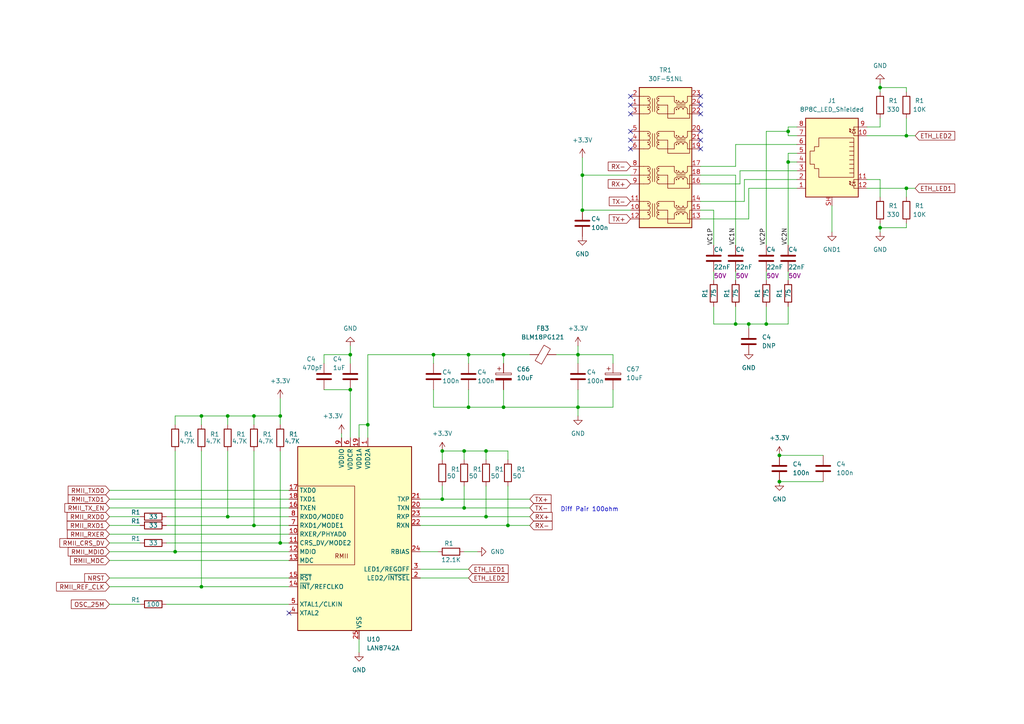
<source format=kicad_sch>
(kicad_sch (version 20230121) (generator eeschema)
  (paper "A4")
  (lib_symbols
    (symbol "Connector:8P8C_LED_Shielded" (pin_names (offset 1.016))
      (property "Reference" "J" (at -5.08 13.97 0))
      (property "Value" "8P8C_LED_Shielded" (at 1.27 13.97 0))
      (symbol "8P8C_LED_Shielded_1_1"
        (pin passive line (at 10.16 -7.62 180) (length 2.54) (name "~") (number "1"))
        (pin passive line (at -10.16 7.62 0) (length 2.54) (name "~") (number "10"))
        (pin passive line (at -10.16 -5.08 0) (length 2.54) (name "~") (number "11"))
        (pin passive line (at -10.16 -7.62 0) (length 2.54) (name "~") (number "12"))
        (pin passive line (at 10.16 -5.08 180) (length 2.54) (name "~") (number "2"))
        (pin passive line (at 10.16 -2.54 180) (length 2.54) (name "~") (number "3"))
        (pin passive line (at 10.16 0 180) (length 2.54) (name "~") (number "4"))
        (pin passive line (at 10.16 2.54 180) (length 2.54) (name "~") (number "5"))
        (pin passive line (at 10.16 5.08 180) (length 2.54) (name "~") (number "6"))
        (pin passive line (at 10.16 7.62 180) (length 2.54) (name "~") (number "7"))
        (pin passive line (at 10.16 10.16 180) (length 2.54) (name "~") (number "8"))
        (pin passive line (at -10.16 10.16 0) (length 2.54) (name "~") (number "9"))
        (pin passive line (at 0 -12.7 90) (length 2.54) (name "~") (number "SH"))
      )
    )
    (symbol "Device:C" (pin_numbers hide) (pin_names (offset 0.254))
      (property "Reference" "C" (at 0.635 2.54 0))
      (property "Value" "C" (at 0.635 -2.54 0))
      (symbol "C_1_1"
        (pin passive line (at 0 3.81 270) (length 2.794) (name "~") (number "1"))
        (pin passive line (at 0 -3.81 90) (length 2.794) (name "~") (number "2"))
      )
    )
    (symbol "Device:C_Polarized" (pin_numbers hide) (pin_names (offset 0.254))
      (property "Reference" "C" (at 0.635 2.54 0))
      (property "Value" "C_Polarized" (at 0.635 -2.54 0))
      (symbol "C_Polarized_1_1"
        (pin passive line (at 0 3.81 270) (length 2.794) (name "~") (number "1"))
        (pin passive line (at 0 -3.81 90) (length 2.794) (name "~") (number "2"))
      )
    )
    (symbol "Device:FerriteBead" (pin_numbers hide) (pin_names (offset 0))
      (property "Reference" "FB" (at -3.81 0.635 90))
      (property "Value" "FerriteBead" (at 3.81 0 90))
      (symbol "FerriteBead_1_1"
        (pin passive line (at 0 3.81 270) (length 2.54) (name "~") (number "1"))
        (pin passive line (at 0 -3.81 90) (length 2.54) (name "~") (number "2"))
      )
    )
    (symbol "Device:R" (pin_numbers hide) (pin_names (offset 0))
      (property "Reference" "R" (at 2.032 0 90))
      (property "Value" "R" (at 0 0 90))
      (symbol "R_1_1"
        (pin passive line (at 0 3.81 270) (length 1.27) (name "~") (number "1"))
        (pin passive line (at 0 -3.81 90) (length 1.27) (name "~") (number "2"))
      )
    )
    (symbol "Interface_Ethernet:LAN8742A"
      (property "Reference" "U" (at -13.97 29.21 0))
      (property "Value" "LAN8742A" (at 15.24 29.21 0))
      (symbol "LAN8742A_0_0"
        (text "RMII" (at -5.08 -3.81 0) (effects (font (size 1.27 1.27))))
      )
      (symbol "LAN8742A_1_1"
        (pin power_in line (at 2.54 30.48 270) (length 2.54) (name "VDD2A") (number "1"))
        (pin output line (at -20.32 2.54 0) (length 2.54) (name "RXER/PHYAD0") (number "10"))
        (pin bidirectional line (at -20.32 0 0) (length 2.54) (name "CRS_DV/MODE2") (number "11"))
        (pin bidirectional line (at -20.32 -2.54 0) (length 2.54) (name "MDIO") (number "12"))
        (pin input line (at -20.32 -5.08 0) (length 2.54) (name "MDC") (number "13"))
        (pin output line (at -20.32 -12.7 0) (length 2.54) (name "~{INT}/REFCLKO") (number "14"))
        (pin input line (at -20.32 -10.16 0) (length 2.54) (name "~{RST}") (number "15"))
        (pin input line (at -20.32 10.16 0) (length 2.54) (name "TXEN") (number "16"))
        (pin input line (at -20.32 15.24 0) (length 2.54) (name "TXD0") (number "17"))
        (pin input line (at -20.32 12.7 0) (length 2.54) (name "TXD1") (number "18"))
        (pin power_in line (at 0 30.48 270) (length 2.54) (name "VDD1A") (number "19"))
        (pin bidirectional line (at 17.78 -10.16 180) (length 2.54) (name "LED2/~{INTSEL}") (number "2"))
        (pin passive line (at 17.78 10.16 180) (length 2.54) (name "TXN") (number "20"))
        (pin passive line (at 17.78 12.7 180) (length 2.54) (name "TXP") (number "21"))
        (pin passive line (at 17.78 5.08 180) (length 2.54) (name "RXN") (number "22"))
        (pin passive line (at 17.78 7.62 180) (length 2.54) (name "RXP") (number "23"))
        (pin passive line (at 17.78 -2.54 180) (length 2.54) (name "RBIAS") (number "24"))
        (pin power_in line (at 0 -27.94 90) (length 2.54) (name "VSS") (number "25"))
        (pin bidirectional line (at 17.78 -7.62 180) (length 2.54) (name "LED1/REGOFF") (number "3"))
        (pin output line (at -20.32 -20.32 0) (length 2.54) (name "XTAL2") (number "4"))
        (pin input line (at -20.32 -17.78 0) (length 2.54) (name "XTAL1/CLKIN") (number "5"))
        (pin power_in line (at -2.54 30.48 270) (length 2.54) (name "VDDCR") (number "6"))
        (pin bidirectional line (at -20.32 5.08 0) (length 2.54) (name "RXD1/MODE1") (number "7"))
        (pin bidirectional line (at -20.32 7.62 0) (length 2.54) (name "RXD0/MODE0") (number "8"))
        (pin power_in line (at -5.08 30.48 270) (length 2.54) (name "VDDIO") (number "9"))
      )
    )
    (symbol "Transformer:30F-51NL" (pin_names (offset 1.016) hide)
      (property "Reference" "TR" (at -6.35 21.59 0))
      (property "Value" "30F-51NL" (at 2.54 21.59 0))
      (symbol "30F-51NL_0_1"
        (pin passive line (at -10.16 15.24 0) (length 2.54) (name "CT") (number "1"))
        (pin passive line (at -10.16 -15.24 0) (length 2.54) (name "CT") (number "10"))
        (pin passive line (at -10.16 -12.7 0) (length 2.54) (name "TD4+") (number "11"))
        (pin passive line (at -10.16 -17.78 0) (length 2.54) (name "TD4-") (number "12"))
        (pin passive line (at 10.16 -17.78 180) (length 2.54) (name "MX4-") (number "13"))
        (pin passive line (at 10.16 -12.7 180) (length 2.54) (name "MX4+") (number "14"))
        (pin passive line (at 10.16 -15.24 180) (length 2.54) (name "CT") (number "15"))
        (pin passive line (at 10.16 -7.62 180) (length 2.54) (name "MX3-") (number "16"))
        (pin passive line (at 10.16 -2.54 180) (length 2.54) (name "MX3+") (number "17"))
        (pin passive line (at 10.16 -5.08 180) (length 2.54) (name "CT") (number "18"))
        (pin passive line (at 10.16 2.54 180) (length 2.54) (name "MX2-") (number "19"))
        (pin passive line (at -10.16 17.78 0) (length 2.54) (name "TD1+") (number "2"))
        (pin passive line (at 10.16 7.62 180) (length 2.54) (name "MX2+") (number "20"))
        (pin passive line (at 10.16 5.08 180) (length 2.54) (name "CT") (number "21"))
        (pin passive line (at 10.16 12.7 180) (length 2.54) (name "MX1-") (number "22"))
        (pin passive line (at 10.16 17.78 180) (length 2.54) (name "MX1+") (number "23"))
        (pin passive line (at 10.16 15.24 180) (length 2.54) (name "CT") (number "24"))
        (pin passive line (at -10.16 12.7 0) (length 2.54) (name "TD1-") (number "3"))
        (pin passive line (at -10.16 5.08 0) (length 2.54) (name "CT") (number "4"))
        (pin passive line (at -10.16 7.62 0) (length 2.54) (name "TD2+") (number "5"))
        (pin passive line (at -10.16 2.54 0) (length 2.54) (name "TD2-") (number "6"))
        (pin passive line (at -10.16 -5.08 0) (length 2.54) (name "CT") (number "7"))
        (pin passive line (at -10.16 -2.54 0) (length 2.54) (name "TD3+") (number "8"))
        (pin passive line (at -10.16 -7.62 0) (length 2.54) (name "TD3-") (number "9"))
      )
    )
    (symbol "power:+3.3V" (power) (pin_names (offset 0))
      (property "Value" "+3.3V" (at 0 3.556 0))
      (symbol "+3.3V_1_1"
        (pin power_in line (at 0 0 90) (length 0) hide (name "+3.3V") (number "1"))
      )
    )
    (symbol "power:GND" (power) (pin_names (offset 0))
      (property "Value" "GND" (at 0 -3.81 0))
      (symbol "GND_1_1"
        (pin power_in line (at 0 0 270) (length 0) hide (name "GND") (number "1"))
      )
    )
    (symbol "power:GND1" (power) (pin_names (offset 0))
      (property "Value" "GND1" (at 0 -3.81 0))
      (symbol "GND1_1_1"
        (pin power_in line (at 0 0 270) (length 0) hide (name "GND1") (number "1"))
      )
    )
  )
  (junction (at 106.68 123.19))
  (junction (at 81.28 120.65))
  (junction (at 168.91 60.96))
  (junction (at 140.97 149.86))
  (junction (at 134.62 130.81))
  (junction (at 213.36 93.98))
  (junction (at 226.06 139.7))
  (junction (at 168.91 50.8))
  (junction (at 147.32 152.4))
  (junction (at 228.6 46.99))
  (junction (at 262.89 54.61))
  (junction (at 58.42 120.65))
  (junction (at 134.62 147.32))
  (junction (at 125.73 102.87))
  (junction (at 217.17 93.98))
  (junction (at 73.66 152.4))
  (junction (at 226.06 132.08))
  (junction (at 58.42 170.18))
  (junction (at 262.89 39.37))
  (junction (at 255.27 66.04))
  (junction (at 101.6 102.87))
  (junction (at 66.04 120.65))
  (junction (at 128.27 144.78))
  (junction (at 50.8 160.02))
  (junction (at 167.64 118.11))
  (junction (at 81.28 157.48))
  (junction (at 228.6 38.1))
  (junction (at 255.27 25.4))
  (junction (at 146.05 118.11))
  (junction (at 101.6 113.03))
  (junction (at 66.04 149.86))
  (junction (at 73.66 120.65))
  (junction (at 135.89 102.87))
  (junction (at 135.89 118.11))
  (junction (at 146.05 102.87))
  (junction (at 128.27 130.81))
  (junction (at 140.97 130.81))
  (junction (at 222.25 93.98))
  (junction (at 167.64 102.87))
  (no_connect (at 203.2 30.48))
  (no_connect (at 182.88 27.94))
  (no_connect (at 182.88 40.64))
  (no_connect (at 203.2 40.64))
  (no_connect (at 203.2 43.18))
  (no_connect (at 203.2 38.1))
  (no_connect (at 182.88 43.18))
  (no_connect (at 83.82 177.8))
  (no_connect (at 203.2 33.02))
  (no_connect (at 182.88 38.1))
  (no_connect (at 203.2 27.94))
  (no_connect (at 182.88 30.48))
  (no_connect (at 182.88 33.02))
  (wire (pts (xy 81.28 120.65) (xy 81.28 123.19)))
  (wire (pts (xy 255.27 25.4) (xy 255.27 26.67)))
  (wire (pts (xy 140.97 140.97) (xy 140.97 149.86)))
  (wire (pts (xy 104.14 185.42) (xy 104.14 189.23)))
  (wire (pts (xy 228.6 46.99) (xy 231.14 46.99)))
  (wire (pts (xy 228.6 38.1) (xy 228.6 39.37)))
  (wire (pts (xy 228.6 36.83) (xy 228.6 38.1)))
  (wire (pts (xy 146.05 118.11) (xy 167.64 118.11)))
  (wire (pts (xy 251.46 36.83) (xy 255.27 36.83)))
  (wire (pts (xy 31.75 170.18) (xy 58.42 170.18)))
  (wire (pts (xy 125.73 113.03) (xy 125.73 118.11)))
  (wire (pts (xy 255.27 36.83) (xy 255.27 34.29)))
  (wire (pts (xy 177.8 118.11) (xy 177.8 113.03)))
  (wire (pts (xy 226.06 132.08) (xy 238.76 132.08)))
  (wire (pts (xy 262.89 66.04) (xy 255.27 66.04)))
  (wire (pts (xy 217.17 63.5) (xy 203.2 63.5)))
  (wire (pts (xy 81.28 157.48) (xy 83.82 157.48)))
  (wire (pts (xy 134.62 160.02) (xy 138.43 160.02)))
  (wire (pts (xy 48.26 157.48) (xy 81.28 157.48)))
  (wire (pts (xy 101.6 113.03) (xy 101.6 127)))
  (wire (pts (xy 255.27 52.07) (xy 255.27 57.15)))
  (wire (pts (xy 222.25 81.28) (xy 222.25 78.74)))
  (wire (pts (xy 121.92 144.78) (xy 128.27 144.78)))
  (wire (pts (xy 121.92 147.32) (xy 134.62 147.32)))
  (wire (pts (xy 262.89 25.4) (xy 255.27 25.4)))
  (wire (pts (xy 135.89 102.87) (xy 125.73 102.87)))
  (wire (pts (xy 121.92 160.02) (xy 127 160.02)))
  (wire (pts (xy 106.68 123.19) (xy 106.68 102.87)))
  (wire (pts (xy 231.14 52.07) (xy 215.9 52.07)))
  (wire (pts (xy 228.6 81.28) (xy 228.6 78.74)))
  (wire (pts (xy 66.04 130.81) (xy 66.04 149.86)))
  (wire (pts (xy 167.64 100.33) (xy 167.64 102.87)))
  (wire (pts (xy 50.8 130.81) (xy 50.8 160.02)))
  (wire (pts (xy 167.64 118.11) (xy 167.64 120.65)))
  (wire (pts (xy 48.26 175.26) (xy 83.82 175.26)))
  (wire (pts (xy 146.05 118.11) (xy 146.05 113.03)))
  (wire (pts (xy 228.6 36.83) (xy 231.14 36.83)))
  (wire (pts (xy 101.6 102.87) (xy 101.6 105.41)))
  (wire (pts (xy 93.98 102.87) (xy 101.6 102.87)))
  (wire (pts (xy 66.04 149.86) (xy 83.82 149.86)))
  (wire (pts (xy 135.89 118.11) (xy 135.89 113.03)))
  (wire (pts (xy 207.01 81.28) (xy 207.01 78.74)))
  (wire (pts (xy 134.62 147.32) (xy 153.67 147.32)))
  (wire (pts (xy 135.89 102.87) (xy 135.89 105.41)))
  (wire (pts (xy 231.14 41.91) (xy 213.36 41.91)))
  (wire (pts (xy 66.04 120.65) (xy 73.66 120.65)))
  (wire (pts (xy 93.98 113.03) (xy 101.6 113.03)))
  (wire (pts (xy 207.01 60.96) (xy 207.01 71.12)))
  (wire (pts (xy 217.17 102.87) (xy 217.17 101.6)))
  (wire (pts (xy 251.46 39.37) (xy 262.89 39.37)))
  (wire (pts (xy 73.66 152.4) (xy 83.82 152.4)))
  (wire (pts (xy 106.68 102.87) (xy 125.73 102.87)))
  (wire (pts (xy 58.42 130.81) (xy 58.42 170.18)))
  (wire (pts (xy 231.14 44.45) (xy 228.6 44.45)))
  (wire (pts (xy 222.25 88.9) (xy 222.25 93.98)))
  (wire (pts (xy 262.89 39.37) (xy 265.43 39.37)))
  (wire (pts (xy 99.06 125.73) (xy 99.06 127)))
  (wire (pts (xy 128.27 140.97) (xy 128.27 144.78)))
  (wire (pts (xy 146.05 102.87) (xy 135.89 102.87)))
  (wire (pts (xy 213.36 50.8) (xy 203.2 50.8)))
  (wire (pts (xy 50.8 120.65) (xy 58.42 120.65)))
  (wire (pts (xy 31.75 144.78) (xy 83.82 144.78)))
  (wire (pts (xy 213.36 50.8) (xy 213.36 71.12)))
  (wire (pts (xy 121.92 149.86) (xy 140.97 149.86)))
  (wire (pts (xy 207.01 88.9) (xy 207.01 93.98)))
  (wire (pts (xy 168.91 50.8) (xy 168.91 45.72)))
  (wire (pts (xy 255.27 66.04) (xy 255.27 67.31)))
  (wire (pts (xy 228.6 44.45) (xy 228.6 46.99)))
  (wire (pts (xy 215.9 58.42) (xy 203.2 58.42)))
  (wire (pts (xy 231.14 49.53) (xy 214.63 49.53)))
  (wire (pts (xy 147.32 152.4) (xy 153.67 152.4)))
  (wire (pts (xy 214.63 53.34) (xy 203.2 53.34)))
  (wire (pts (xy 213.36 48.26) (xy 203.2 48.26)))
  (wire (pts (xy 101.6 100.33) (xy 101.6 102.87)))
  (wire (pts (xy 226.06 139.7) (xy 238.76 139.7)))
  (wire (pts (xy 121.92 167.64) (xy 135.89 167.64)))
  (wire (pts (xy 50.8 123.19) (xy 50.8 120.65)))
  (wire (pts (xy 262.89 54.61) (xy 262.89 57.15)))
  (wire (pts (xy 203.2 60.96) (xy 207.01 60.96)))
  (wire (pts (xy 58.42 120.65) (xy 58.42 123.19)))
  (wire (pts (xy 217.17 54.61) (xy 217.17 63.5)))
  (wire (pts (xy 182.88 50.8) (xy 168.91 50.8)))
  (wire (pts (xy 228.6 93.98) (xy 222.25 93.98)))
  (wire (pts (xy 134.62 140.97) (xy 134.62 147.32)))
  (wire (pts (xy 48.26 152.4) (xy 73.66 152.4)))
  (wire (pts (xy 217.17 93.98) (xy 222.25 93.98)))
  (wire (pts (xy 140.97 149.86) (xy 153.67 149.86)))
  (wire (pts (xy 104.14 127) (xy 104.14 123.19)))
  (wire (pts (xy 31.75 142.24) (xy 83.82 142.24)))
  (wire (pts (xy 66.04 120.65) (xy 66.04 123.19)))
  (wire (pts (xy 31.75 152.4) (xy 40.64 152.4)))
  (wire (pts (xy 73.66 120.65) (xy 81.28 120.65)))
  (wire (pts (xy 217.17 95.25) (xy 217.17 93.98)))
  (wire (pts (xy 255.27 24.13) (xy 255.27 25.4)))
  (wire (pts (xy 214.63 49.53) (xy 214.63 53.34)))
  (wire (pts (xy 146.05 102.87) (xy 146.05 105.41)))
  (wire (pts (xy 125.73 102.87) (xy 125.73 105.41)))
  (wire (pts (xy 125.73 118.11) (xy 135.89 118.11)))
  (wire (pts (xy 134.62 133.35) (xy 134.62 130.81)))
  (wire (pts (xy 81.28 115.57) (xy 81.28 120.65)))
  (wire (pts (xy 167.64 118.11) (xy 177.8 118.11)))
  (wire (pts (xy 213.36 81.28) (xy 213.36 78.74)))
  (wire (pts (xy 215.9 52.07) (xy 215.9 58.42)))
  (wire (pts (xy 104.14 123.19) (xy 106.68 123.19)))
  (wire (pts (xy 58.42 120.65) (xy 66.04 120.65)))
  (wire (pts (xy 251.46 52.07) (xy 255.27 52.07)))
  (wire (pts (xy 231.14 54.61) (xy 217.17 54.61)))
  (wire (pts (xy 168.91 60.96) (xy 168.91 50.8)))
  (wire (pts (xy 161.29 102.87) (xy 167.64 102.87)))
  (wire (pts (xy 177.8 105.41) (xy 177.8 102.87)))
  (wire (pts (xy 31.75 149.86) (xy 40.64 149.86)))
  (wire (pts (xy 153.67 102.87) (xy 146.05 102.87)))
  (wire (pts (xy 182.88 60.96) (xy 168.91 60.96)))
  (wire (pts (xy 48.26 149.86) (xy 66.04 149.86)))
  (wire (pts (xy 121.92 152.4) (xy 147.32 152.4)))
  (wire (pts (xy 134.62 130.81) (xy 140.97 130.81)))
  (wire (pts (xy 50.8 160.02) (xy 83.82 160.02)))
  (wire (pts (xy 128.27 130.81) (xy 134.62 130.81)))
  (wire (pts (xy 167.64 105.41) (xy 167.64 102.87)))
  (wire (pts (xy 93.98 105.41) (xy 93.98 102.87)))
  (wire (pts (xy 31.75 175.26) (xy 40.64 175.26)))
  (wire (pts (xy 228.6 39.37) (xy 231.14 39.37)))
  (wire (pts (xy 121.92 165.1) (xy 135.89 165.1)))
  (wire (pts (xy 31.75 167.64) (xy 83.82 167.64)))
  (wire (pts (xy 255.27 64.77) (xy 255.27 66.04)))
  (wire (pts (xy 147.32 140.97) (xy 147.32 152.4)))
  (wire (pts (xy 128.27 133.35) (xy 128.27 130.81)))
  (wire (pts (xy 262.89 26.67) (xy 262.89 25.4)))
  (wire (pts (xy 73.66 130.81) (xy 73.66 152.4)))
  (wire (pts (xy 73.66 120.65) (xy 73.66 123.19)))
  (wire (pts (xy 228.6 46.99) (xy 228.6 71.12)))
  (wire (pts (xy 262.89 54.61) (xy 265.43 54.61)))
  (wire (pts (xy 147.32 130.81) (xy 140.97 130.81)))
  (wire (pts (xy 213.36 41.91) (xy 213.36 48.26)))
  (wire (pts (xy 58.42 170.18) (xy 83.82 170.18)))
  (wire (pts (xy 31.75 147.32) (xy 83.82 147.32)))
  (wire (pts (xy 207.01 93.98) (xy 213.36 93.98)))
  (wire (pts (xy 251.46 54.61) (xy 262.89 54.61)))
  (wire (pts (xy 31.75 154.94) (xy 83.82 154.94)))
  (wire (pts (xy 128.27 144.78) (xy 153.67 144.78)))
  (wire (pts (xy 31.75 157.48) (xy 40.64 157.48)))
  (wire (pts (xy 167.64 113.03) (xy 167.64 118.11)))
  (wire (pts (xy 81.28 130.81) (xy 81.28 157.48)))
  (wire (pts (xy 106.68 127) (xy 106.68 123.19)))
  (wire (pts (xy 241.3 59.69) (xy 241.3 67.31)))
  (wire (pts (xy 228.6 88.9) (xy 228.6 93.98)))
  (wire (pts (xy 213.36 93.98) (xy 217.17 93.98)))
  (wire (pts (xy 262.89 34.29) (xy 262.89 39.37)))
  (wire (pts (xy 262.89 64.77) (xy 262.89 66.04)))
  (wire (pts (xy 140.97 133.35) (xy 140.97 130.81)))
  (wire (pts (xy 177.8 102.87) (xy 167.64 102.87)))
  (wire (pts (xy 147.32 133.35) (xy 147.32 130.81)))
  (wire (pts (xy 31.75 160.02) (xy 50.8 160.02)))
  (wire (pts (xy 31.75 162.56) (xy 83.82 162.56)))
  (wire (pts (xy 213.36 93.98) (xy 213.36 88.9)))
  (wire (pts (xy 222.25 38.1) (xy 222.25 71.12)))
  (wire (pts (xy 228.6 38.1) (xy 222.25 38.1)))
  (wire (pts (xy 135.89 118.11) (xy 146.05 118.11)))
  (text "Diff Pair 100ohm" (at 162.56 148.59 0) (effects (font (size 1.27 1.27)) (justify left bottom)))
  (label "VC2N" (at 228.6 71.12 90))
  (label "VC1N" (at 213.36 71.12 90))
  (label "VC1P" (at 207.01 71.12 90))
  (label "VC2P" (at 222.25 71.12 90))
  (global_label "RMII_RXD1" (shape input) (at 31.75 152.4 180) (property "Intersheetrefs" "${INTERSHEET_REFS}" (effects hide)))
  (global_label "RX+" (shape input) (at 153.67 149.86 0) (property "Intersheetrefs" "${INTERSHEET_REFS}" (effects hide)))
  (global_label "RMII_CRS_DV" (shape input) (at 31.75 157.48 180) (property "Intersheetrefs" "${INTERSHEET_REFS}" (effects hide)))
  (global_label "RX+" (shape input) (at 182.88 53.34 180) (property "Intersheetrefs" "${INTERSHEET_REFS}" (effects hide)))
  (global_label "RMII_RXD0" (shape input) (at 31.75 149.86 180) (property "Intersheetrefs" "${INTERSHEET_REFS}" (effects hide)))
  (global_label "RX-" (shape input) (at 182.88 48.26 180) (property "Intersheetrefs" "${INTERSHEET_REFS}" (effects hide)))
  (global_label "NRST" (shape input) (at 31.75 167.64 180) (property "Intersheetrefs" "${INTERSHEET_REFS}" (effects hide)))
  (global_label "ETH_LED1" (shape input) (at 135.89 165.1 0) (property "Intersheetrefs" "${INTERSHEET_REFS}" (effects hide)))
  (global_label "RMII_TXD0" (shape input) (at 31.75 142.24 180) (property "Intersheetrefs" "${INTERSHEET_REFS}" (effects hide)))
  (global_label "RMII_RXER" (shape input) (at 31.75 154.94 180) (property "Intersheetrefs" "${INTERSHEET_REFS}" (effects hide)))
  (global_label "OSC_25M" (shape input) (at 31.75 175.26 180) (property "Intersheetrefs" "${INTERSHEET_REFS}" (effects hide)))
  (global_label "ETH_LED1" (shape input) (at 265.43 54.61 0) (property "Intersheetrefs" "${INTERSHEET_REFS}" (effects hide)))
  (global_label "RMII_MDIO" (shape input) (at 31.75 160.02 180) (property "Intersheetrefs" "${INTERSHEET_REFS}" (effects hide)))
  (global_label "ETH_LED2" (shape input) (at 265.43 39.37 0) (property "Intersheetrefs" "${INTERSHEET_REFS}" (effects hide)))
  (global_label "TX-" (shape input) (at 182.88 58.42 180) (property "Intersheetrefs" "${INTERSHEET_REFS}" (effects hide)))
  (global_label "ETH_LED2" (shape input) (at 135.89 167.64 0) (property "Intersheetrefs" "${INTERSHEET_REFS}" (effects hide)))
  (global_label "TX+" (shape input) (at 182.88 63.5 180) (property "Intersheetrefs" "${INTERSHEET_REFS}" (effects hide)))
  (global_label "RX-" (shape input) (at 153.67 152.4 0) (property "Intersheetrefs" "${INTERSHEET_REFS}" (effects hide)))
  (global_label "RMII_REF_CLK" (shape input) (at 31.75 170.18 180) (property "Intersheetrefs" "${INTERSHEET_REFS}" (effects hide)))
  (global_label "RMII_MDC" (shape input) (at 31.75 162.56 180) (property "Intersheetrefs" "${INTERSHEET_REFS}" (effects hide)))
  (global_label "TX-" (shape input) (at 153.67 147.32 0) (property "Intersheetrefs" "${INTERSHEET_REFS}" (effects hide)))
  (global_label "TX+" (shape input) (at 153.67 144.78 0) (property "Intersheetrefs" "${INTERSHEET_REFS}" (effects hide)))
  (global_label "RMII_TX_EN" (shape input) (at 31.75 147.32 180) (property "Intersheetrefs" "${INTERSHEET_REFS}" (effects hide)))
  (global_label "RMII_TXD1" (shape input) (at 31.75 144.78 180) (property "Intersheetrefs" "${INTERSHEET_REFS}" (effects hide)))
  (symbol (lib_id "power:GND") (at 104.14 189.23 0) (unit 1)
    (property "Reference" "#PWR062" (effects hide))
    (property "Value" "GND" (at 104.14 194.31 0))
  )
  (symbol (lib_id "Device:C") (at 217.17 99.06 0) (unit 1)
    (property "Reference" "C4" (at 220.98 97.79 0) (effects (justify left)))
    (property "Value" "DNP" (at 220.98 100.33 0) (effects (justify left)))
    (property "Footprint" "Capacitor_SMD:C_0402_1005Metric" (effects hide))
    (instances (project "stm32f745-eth-can-sdram" (path "" (reference "C4") (unit 1)) (path "" (reference "C3") (unit 1)) (path "" (reference "C33") (unit 1)) (path "" (reference "C75") (unit 1))))
  )
  (symbol (lib_id "Device:R") (at 50.8 127 180) (unit 1)
    (property "Reference" "R1" (at 56.0049 125.9523 0) (effects (justify left)))
    (property "Value" "4.7K" (at 56.5379 127.9777 0) (effects (justify left)))
    (property "Footprint" "Resistor_SMD:R_0402_1005Metric" (effects hide))
    (property "Datasheet" "https://www.lcsc.com/product-detail/Chip-Resistor-Surface-Mount_YAGEO-RC0402FR-074K7L_C105871.html" (effects hide))
    (instances (project "stm32f745-eth-can-sdram" (path "" (reference "R1") (unit 1)) (path "" (reference "R1") (unit 1)) (path "" (reference "R6") (unit 1)) (path "" (reference "R21") (unit 1)) (path "" (reference "R37") (unit 1))))
  )
  (symbol (lib_id "Device:C") (at 207.01 74.93 0) (mirror x) (unit 1)
    (property "Reference" "C4" (at 207.01 72.39 0) (effects (justify left)))
    (property "Value" "22nF" (at 207.01 77.47 0) (effects (justify left)))
    (property "Footprint" "Capacitor_SMD:C_0603_1608Metric" (effects hide))
    (property "Datasheet" "https://www.lcsc.com/product-detail/Multilayer-Ceramic-Capacitors-MLCC-SMD-SMT_YAGEO-CC0603KRX7R9BB223_C106222.html" (effects hide))
    (property "Voltage" "50V" (at 207.01 80.01 0) (effects (justify left)))
    (instances (project "stm32f745-eth-can-sdram" (path "" (reference "C4") (unit 1)) (path "" (reference "C3") (unit 1)) (path "" (reference "C33") (unit 1)) (path "" (reference "C74") (unit 1))))
  )
  (symbol (lib_id "power:+3.3V") (at 81.28 115.57 0) (unit 1)
    (property "Reference" "#PWR057" (effects hide))
    (property "Value" "+3.3V" (at 81.28 110.49 0))
  )
  (symbol (lib_id "Device:R") (at 140.97 137.16 180) (unit 1)
    (property "Reference" "R1" (at 146.1749 136.1123 0) (effects (justify left)))
    (property "Value" "50" (at 144.9322 138.0644 0) (effects (justify left)))
    (property "Footprint" "Resistor_SMD:R_0402_1005Metric" (effects hide))
    (property "Datasheet" "https://www.lcsc.com/product-detail/Chip-Resistor-Surface-Mount_YAGEO-RT0402BRE0750RL_C853312.html" (effects hide))
    (instances (project "stm32f745-eth-can-sdram" (path "" (reference "R1") (unit 1)) (path "" (reference "R1") (unit 1)) (path "" (reference "R6") (unit 1)) (path "" (reference "R21") (unit 1)) (path "" (reference "R40") (unit 1))))
  )
  (symbol (lib_id "power:+3.3V") (at 226.06 132.08 0) (unit 1)
    (property "Reference" "#PWR060" (effects hide))
    (property "Value" "+3.3V" (at 226.06 127 0))
  )
  (symbol (lib_id "Device:C") (at 213.36 74.93 0) (mirror x) (unit 1)
    (property "Reference" "C4" (at 213.36 72.39 0) (effects (justify left)))
    (property "Value" "22nF" (at 213.36 77.47 0) (effects (justify left)))
    (property "Footprint" "Capacitor_SMD:C_0603_1608Metric" (effects hide))
    (property "Datasheet" "https://www.lcsc.com/product-detail/Multilayer-Ceramic-Capacitors-MLCC-SMD-SMT_YAGEO-CC0603KRX7R9BB223_C106222.html" (effects hide))
    (property "Voltage" "50V" (at 213.36 80.01 0) (effects (justify left)))
    (instances (project "stm32f745-eth-can-sdram" (path "" (reference "C4") (unit 1)) (path "" (reference "C3") (unit 1)) (path "" (reference "C33") (unit 1)) (path "" (reference "C71") (unit 1))))
  )
  (symbol (lib_id "power:GND") (at 255.27 67.31 0) (unit 1)
    (property "Reference" "#PWR063" (effects hide))
    (property "Value" "GND" (at 255.27 72.39 0))
  )
  (symbol (lib_id "power:+3.3V") (at 168.91 45.72 0) (unit 1)
    (property "Reference" "#PWR03" (effects hide))
    (property "Value" "+3.3V" (at 168.91 40.64 0))
  )
  (symbol (lib_id "Connector:8P8C_LED_Shielded") (at 241.3 46.99 0) (mirror y) (unit 1)
    (property "Reference" "J1" (at 241.3 29.21 0))
    (property "Value" "8P8C_LED_Shielded" (at 241.3 31.75 0))
    (property "Footprint" "Connector_RJ:RJ45_Amphenol_RJHSE538X" (effects hide))
    (property "Datasheet" "https://www.lcsc.com/product-detail/Ethernet-Connectors-Modular-Connectors-RJ45-RJ11_Amphenol-ICC-RJHSE5384_C464587.html" (effects hide))
  )
  (symbol (lib_id "power:+3.3V") (at 99.06 125.73 0) (unit 1)
    (property "Reference" "#PWR067" (effects hide))
    (property "Value" "+3.3V" (at 96.52 120.65 0))
  )
  (symbol (lib_id "Device:R") (at 134.62 137.16 180) (unit 1)
    (property "Reference" "R1" (at 139.8249 136.1123 0) (effects (justify left)))
    (property "Value" "50" (at 138.5822 138.0644 0) (effects (justify left)))
    (property "Footprint" "Resistor_SMD:R_0402_1005Metric" (effects hide))
    (property "Datasheet" "https://www.lcsc.com/product-detail/Chip-Resistor-Surface-Mount_YAGEO-RT0402BRE0750RL_C853312.html" (effects hide))
    (instances (project "stm32f745-eth-can-sdram" (path "" (reference "R1") (unit 1)) (path "" (reference "R1") (unit 1)) (path "" (reference "R6") (unit 1)) (path "" (reference "R21") (unit 1)) (path "" (reference "R39") (unit 1))))
  )
  (symbol (lib_id "Interface_Ethernet:LAN8742A") (at 104.14 157.48 0) (unit 1)
    (property "Reference" "U10" (at 106.3341 185.42 0) (effects (justify left)))
    (property "Value" "LAN8742A" (at 106.3341 187.96 0) (effects (justify left)))
    (property "Footprint" "Package_DFN_QFN:VQFN-24-1EP_4x4mm_P0.5mm_EP2.5x2.5mm_ThermalVias" (effects hide))
    (property "Datasheet" "https://www.lcsc.com/product-detail/Ethernet-ICs_Microchip-Tech-LAN8742A-CZ-TR_C621424.html" (effects hide))
  )
  (symbol (lib_id "Device:C") (at 101.6 109.22 0) (unit 1)
    (property "Reference" "C4" (at 96.52 104.14 0) (effects (justify left)))
    (property "Value" "1uF" (at 96.52 106.68 0) (effects (justify left)))
    (property "Footprint" "Capacitor_SMD:C_0402_1005Metric" (effects hide))
    (property "Datasheet" "https://www.lcsc.com/product-detail/Multilayer-Ceramic-Capacitors-MLCC-SMD-SMT_Samsung-Electro-Mechanics-CL05A105KP5NNNC_C14445.html" (effects hide))
    (instances (project "stm32f745-eth-can-sdram" (path "" (reference "C4") (unit 1)) (path "" (reference "C3") (unit 1)) (path "" (reference "C33") (unit 1)) (path "" (reference "C69") (unit 1))))
  )
  (symbol (lib_id "power:GND") (at 138.43 160.02 90) (unit 1)
    (property "Reference" "#PWR061" (effects hide))
    (property "Value" "GND" (at 142.24 160.02 90) (effects (justify right)))
  )
  (symbol (lib_id "Device:R") (at 228.6 85.09 0) (mirror y) (unit 1)
    (property "Reference" "R1" (at 226.06 85.09 90))
    (property "Value" "75" (at 228.6 85.09 90))
    (property "Footprint" "Resistor_SMD:R_0402_1005Metric" (effects hide))
    (property "Datasheet" "https://www.lcsc.com/product-detail/Chip-Resistor-Surface-Mount_YAGEO-RC0402FR-0775RL_C114757.html" (effects hide))
    (instances (project "stm32f745-eth-can-sdram" (path "" (reference "R1") (unit 1)) (path "" (reference "R1") (unit 1)) (path "" (reference "R50") (unit 1))))
  )
  (symbol (lib_id "Device:R") (at 44.45 152.4 90) (unit 1)
    (property "Reference" "R1" (at 39.37 151.13 90))
    (property "Value" "33" (at 44.45 152.4 90))
    (property "Footprint" "Resistor_SMD:R_0402_1005Metric" (effects hide))
    (property "Datasheet" "https://www.lcsc.com/product-detail/Chip-Resistor-Surface-Mount_Vishay-Intertech-CRCW040233R0FKEDC_C844506.html" (effects hide))
    (instances (project "stm32f745-eth-can-sdram" (path "" (reference "R1") (unit 1)) (path "" (reference "R1") (unit 1)) (path "" (reference "R30") (unit 1))))
  )
  (symbol (lib_id "Device:R") (at 44.45 149.86 90) (unit 1)
    (property "Reference" "R1" (at 39.37 148.59 90))
    (property "Value" "33" (at 44.45 149.86 90))
    (property "Footprint" "Resistor_SMD:R_0402_1005Metric" (effects hide))
    (property "Datasheet" "https://www.lcsc.com/product-detail/Chip-Resistor-Surface-Mount_Vishay-Intertech-CRCW040233R0FKEDC_C844506.html" (effects hide))
    (instances (project "stm32f745-eth-can-sdram" (path "" (reference "R1") (unit 1)) (path "" (reference "R1") (unit 1)) (path "" (reference "R29") (unit 1))))
  )
  (symbol (lib_id "Device:R") (at 262.89 60.96 180) (unit 1)
    (property "Reference" "R1" (at 266.7 59.69 0))
    (property "Value" "10K" (at 266.7 62.23 0))
    (property "Footprint" "Resistor_SMD:R_0402_1005Metric" (effects hide))
    (property "Datasheet" "https://www.lcsc.com/product-detail/Chip-Resistor-Surface-Mount_TyoHM-RMC040210KFN_C269674.html" (effects hide))
    (instances (project "stm32f745-eth-can-sdram" (path "" (reference "R1") (unit 1)) (path "" (reference "R1") (unit 1)) (path "" (reference "R46") (unit 1))))
  )
  (symbol (lib_id "power:GND1") (at 241.3 67.31 0) (unit 1)
    (property "Reference" "#PWR045" (effects hide))
    (property "Value" "GND1" (at 241.3 72.39 0))
    (instances (project "stm32f745-eth-can-sdram" (path "" (reference "#PWR045") (unit 1)) (path "" (reference "#PWR065") (unit 1))))
  )
  (symbol (lib_id "Device:C") (at 168.91 64.77 0) (unit 1)
    (property "Reference" "C4" (at 171.45 63.5 0) (effects (justify left)))
    (property "Value" "100n" (at 171.45 66.04 0) (effects (justify left)))
    (property "Footprint" "Capacitor_SMD:C_0402_1005Metric" (effects hide))
    (instances (project "stm32f745-eth-can-sdram" (path "" (reference "C4") (unit 1)) (path "" (reference "C3") (unit 1)) (path "" (reference "C33") (unit 1)) (path "" (reference "C76") (unit 1))))
  )
  (symbol (lib_id "power:GND") (at 167.64 120.65 0) (unit 1)
    (property "Reference" "#PWR068" (effects hide))
    (property "Value" "GND" (at 167.64 125.73 0))
  )
  (symbol (lib_id "power:GND") (at 101.6 100.33 180) (unit 1)
    (property "Reference" "#PWR069" (effects hide))
    (property "Value" "GND" (at 101.6 95.25 0))
  )
  (symbol (lib_id "Device:C") (at 93.98 109.22 0) (unit 1)
    (property "Reference" "C4" (at 88.9 104.14 0) (effects (justify left)))
    (property "Value" "470pF" (at 87.63 106.68 0) (effects (justify left)))
    (property "Footprint" "Capacitor_SMD:C_0402_1005Metric" (effects hide))
    (property "Datasheet" "https://www.lcsc.com/product-detail/Multilayer-Ceramic-Capacitors-MLCC-SMD-SMT_Murata-Electronics-GRM1555C1H471JA01D_C76971.html" (effects hide))
    (instances (project "stm32f745-eth-can-sdram" (path "" (reference "C4") (unit 1)) (path "" (reference "C3") (unit 1)) (path "" (reference "C33") (unit 1)) (path "" (reference "C70") (unit 1))))
  )
  (symbol (lib_id "power:GND") (at 168.91 68.58 0) (unit 1)
    (property "Reference" "#PWR04" (effects hide))
    (property "Value" "GND" (at 168.91 73.66 0))
  )
  (symbol (lib_id "Device:C_Polarized") (at 146.05 109.22 0) (unit 1)
    (property "Reference" "C66" (at 149.86 107.061 0) (effects (justify left)))
    (property "Value" "10uF" (at 149.86 109.601 0) (effects (justify left)))
    (property "Footprint" "Capacitor_Tantalum_SMD:CP_EIA-3216-18_Kemet-A" (effects hide))
    (property "Datasheet" "https://www.lcsc.com/product-detail/Tantalum-Capacitors_Kyocera-AVX-TAJA106K010RNJ_C7177.html" (effects hide))
  )
  (symbol (lib_id "Device:R") (at 44.45 175.26 90) (unit 1)
    (property "Reference" "R1" (at 39.37 173.99 90))
    (property "Value" "100" (at 44.45 175.26 90))
    (property "Footprint" "Resistor_SMD:R_0402_1005Metric" (effects hide))
    (property "Datasheet" "https://www.lcsc.com/product-detail/Chip-Resistor-Surface-Mount_UNI-ROYAL-Uniroyal-Elec-0402WGF1000TCE_C25076.html" (effects hide))
    (instances (project "stm32f745-eth-can-sdram" (path "" (reference "R1") (unit 1)) (path "" (reference "R1") (unit 1)) (path "" (reference "R32") (unit 1))))
  )
  (symbol (lib_id "Device:R") (at 44.45 157.48 90) (unit 1)
    (property "Reference" "R1" (at 39.37 156.21 90))
    (property "Value" "33" (at 44.45 157.48 90))
    (property "Footprint" "Resistor_SMD:R_0402_1005Metric" (effects hide))
    (property "Datasheet" "https://www.lcsc.com/product-detail/Chip-Resistor-Surface-Mount_Vishay-Intertech-CRCW040233R0FKEDC_C844506.html" (effects hide))
    (instances (project "stm32f745-eth-can-sdram" (path "" (reference "R1") (unit 1)) (path "" (reference "R1") (unit 1)) (path "" (reference "R31") (unit 1))))
  )
  (symbol (lib_id "power:GND") (at 255.27 24.13 180) (unit 1)
    (property "Reference" "#PWR064" (effects hide))
    (property "Value" "GND" (at 255.27 19.05 0))
  )
  (symbol (lib_id "Device:C") (at 135.89 109.22 0) (unit 1)
    (property "Reference" "C4" (at 138.43 107.95 0) (effects (justify left)))
    (property "Value" "100n" (at 138.43 110.49 0) (effects (justify left)))
    (property "Footprint" "Capacitor_SMD:C_0402_1005Metric" (effects hide))
    (instances (project "stm32f745-eth-can-sdram" (path "" (reference "C4") (unit 1)) (path "" (reference "C3") (unit 1)) (path "" (reference "C33") (unit 1)) (path "" (reference "C64") (unit 1))))
  )
  (symbol (lib_id "Device:C") (at 228.6 74.93 0) (mirror x) (unit 1)
    (property "Reference" "C4" (at 228.6 72.39 0) (effects (justify left)))
    (property "Value" "22nF" (at 228.6 77.47 0) (effects (justify left)))
    (property "Footprint" "Capacitor_SMD:C_0603_1608Metric" (effects hide))
    (property "Datasheet" "https://www.lcsc.com/product-detail/Multilayer-Ceramic-Capacitors-MLCC-SMD-SMT_YAGEO-CC0603KRX7R9BB223_C106222.html" (effects hide))
    (property "Voltage" "50V" (at 228.6 80.01 0) (effects (justify left)))
    (instances (project "stm32f745-eth-can-sdram" (path "" (reference "C4") (unit 1)) (path "" (reference "C3") (unit 1)) (path "" (reference "C33") (unit 1)) (path "" (reference "C73") (unit 1))))
  )
  (symbol (lib_id "power:GND") (at 226.06 139.7 0) (unit 1)
    (property "Reference" "#PWR059" (effects hide))
    (property "Value" "GND" (at 226.06 144.78 0))
  )
  (symbol (lib_id "Device:R") (at 130.81 160.02 270) (unit 1)
    (property "Reference" "R1" (at 128.8544 157.6214 90) (effects (justify left)))
    (property "Value" "12.1K" (at 127.9672 162.38 90) (effects (justify left)))
    (property "Footprint" "Resistor_SMD:R_0402_1005Metric" (effects hide))
    (property "Datasheet" "https://www.lcsc.com/product-detail/Chip-Resistor-Surface-Mount_YAGEO-RC0402FR-0712K1L_C132157.html" (effects hide))
    (instances (project "stm32f745-eth-can-sdram" (path "" (reference "R1") (unit 1)) (path "" (reference "R1") (unit 1)) (path "" (reference "R6") (unit 1)) (path "" (reference "R21") (unit 1)) (path "" (reference "R42") (unit 1))))
  )
  (symbol (lib_id "Device:R") (at 58.42 127 180) (unit 1)
    (property "Reference" "R1" (at 63.6249 125.9523 0) (effects (justify left)))
    (property "Value" "4.7K" (at 64.1579 127.9777 0) (effects (justify left)))
    (property "Footprint" "Resistor_SMD:R_0402_1005Metric" (effects hide))
    (property "Datasheet" "https://www.lcsc.com/product-detail/Chip-Resistor-Surface-Mount_YAGEO-RC0402FR-074K7L_C105871.html" (effects hide))
    (instances (project "stm32f745-eth-can-sdram" (path "" (reference "R1") (unit 1)) (path "" (reference "R1") (unit 1)) (path "" (reference "R6") (unit 1)) (path "" (reference "R21") (unit 1)) (path "" (reference "R36") (unit 1))))
  )
  (symbol (lib_id "Device:R") (at 222.25 85.09 0) (mirror y) (unit 1)
    (property "Reference" "R1" (at 219.71 85.09 90))
    (property "Value" "75" (at 222.25 85.09 90))
    (property "Footprint" "Resistor_SMD:R_0402_1005Metric" (effects hide))
    (property "Datasheet" "https://www.lcsc.com/product-detail/Chip-Resistor-Surface-Mount_YAGEO-RC0402FR-0775RL_C114757.html" (effects hide))
    (instances (project "stm32f745-eth-can-sdram" (path "" (reference "R1") (unit 1)) (path "" (reference "R1") (unit 1)) (path "" (reference "R47") (unit 1))))
  )
  (symbol (lib_id "Device:FerriteBead") (at 157.48 102.87 90) (unit 1)
    (property "Reference" "FB3" (at 157.4292 95.25 90))
    (property "Value" "BLM18PG121" (at 157.4292 97.79 90))
    (property "Footprint" "Inductor_SMD:L_0603_1608Metric" (effects hide))
    (property "Datasheet" "https://www.lcsc.com/product-detail/Ferrite-Beads_Murata-Electronics-BLM18PG121SN1D_C14709.html" (effects hide))
  )
  (symbol (lib_id "Device:R") (at 81.28 127 180) (unit 1)
    (property "Reference" "R1" (at 86.4849 125.9523 0) (effects (justify left)))
    (property "Value" "4.7K" (at 87.0179 127.9777 0) (effects (justify left)))
    (property "Footprint" "Resistor_SMD:R_0402_1005Metric" (effects hide))
    (property "Datasheet" "https://www.lcsc.com/product-detail/Chip-Resistor-Surface-Mount_YAGEO-RC0402FR-074K7L_C105871.html" (effects hide))
    (instances (project "stm32f745-eth-can-sdram" (path "" (reference "R1") (unit 1)) (path "" (reference "R1") (unit 1)) (path "" (reference "R6") (unit 1)) (path "" (reference "R21") (unit 1)) (path "" (reference "R33") (unit 1))))
  )
  (symbol (lib_id "Device:R") (at 262.89 30.48 180) (unit 1)
    (property "Reference" "R1" (at 266.7 29.21 0))
    (property "Value" "10K" (at 266.7 31.75 0))
    (property "Footprint" "Resistor_SMD:R_0402_1005Metric" (effects hide))
    (property "Datasheet" "https://www.lcsc.com/product-detail/Chip-Resistor-Surface-Mount_TyoHM-RMC040210KFN_C269674.html" (effects hide))
    (instances (project "stm32f745-eth-can-sdram" (path "" (reference "R1") (unit 1)) (path "" (reference "R1") (unit 1)) (path "" (reference "R45") (unit 1))))
  )
  (symbol (lib_id "Device:R") (at 73.66 127 180) (unit 1)
    (property "Reference" "R1" (at 78.8649 125.9523 0) (effects (justify left)))
    (property "Value" "4.7K" (at 79.3979 127.9777 0) (effects (justify left)))
    (property "Footprint" "Resistor_SMD:R_0402_1005Metric" (effects hide))
    (property "Datasheet" "https://www.lcsc.com/product-detail/Chip-Resistor-Surface-Mount_YAGEO-RC0402FR-074K7L_C105871.html" (effects hide))
    (instances (project "stm32f745-eth-can-sdram" (path "" (reference "R1") (unit 1)) (path "" (reference "R1") (unit 1)) (path "" (reference "R6") (unit 1)) (path "" (reference "R21") (unit 1)) (path "" (reference "R34") (unit 1))))
  )
  (symbol (lib_id "power:+3.3V") (at 167.64 100.33 0) (unit 1)
    (property "Reference" "#PWR066" (effects hide))
    (property "Value" "+3.3V" (at 167.64 95.25 0))
  )
  (symbol (lib_id "Device:R") (at 147.32 137.16 180) (unit 1)
    (property "Reference" "R1" (at 152.5249 136.1123 0) (effects (justify left)))
    (property "Value" "50" (at 151.2822 138.0644 0) (effects (justify left)))
    (property "Footprint" "Resistor_SMD:R_0402_1005Metric" (effects hide))
    (property "Datasheet" "https://www.lcsc.com/product-detail/Chip-Resistor-Surface-Mount_YAGEO-RT0402BRE0750RL_C853312.html" (effects hide))
    (instances (project "stm32f745-eth-can-sdram" (path "" (reference "R1") (unit 1)) (path "" (reference "R1") (unit 1)) (path "" (reference "R6") (unit 1)) (path "" (reference "R21") (unit 1)) (path "" (reference "R41") (unit 1))))
  )
  (symbol (lib_id "Transformer:30F-51NL") (at 193.04 45.72 0) (unit 1)
    (property "Reference" "TR1" (at 193.04 20.32 0))
    (property "Value" "30F-51NL" (at 193.04 22.86 0))
    (property "Footprint" "Transformer_SMD:Transformer_Ethernet_YDS_30F-51NL_SO-24_7.1x15.1mm" (effects hide))
    (property "Datasheet" "https://datasheet.lcsc.com/lcsc/1811051610_Shanghai-YDS-Tech-30F-51NL_C123168.pdf" (effects hide))
  )
  (symbol (lib_id "Device:C") (at 238.76 135.89 0) (unit 1)
    (property "Reference" "C4" (at 242.57 134.62 0) (effects (justify left)))
    (property "Value" "100n" (at 242.57 137.16 0) (effects (justify left)))
    (property "Footprint" "Capacitor_SMD:C_0402_1005Metric" (effects hide))
    (instances (project "stm32f745-eth-can-sdram" (path "" (reference "C4") (unit 1)) (path "" (reference "C3") (unit 1)) (path "" (reference "C33") (unit 1)) (path "" (reference "C63") (unit 1))))
  )
  (symbol (lib_id "Device:C") (at 125.73 109.22 0) (unit 1)
    (property "Reference" "C4" (at 128.27 107.95 0) (effects (justify left)))
    (property "Value" "100n" (at 128.27 110.49 0) (effects (justify left)))
    (property "Footprint" "Capacitor_SMD:C_0402_1005Metric" (effects hide))
    (instances (project "stm32f745-eth-can-sdram" (path "" (reference "C4") (unit 1)) (path "" (reference "C3") (unit 1)) (path "" (reference "C33") (unit 1)) (path "" (reference "C65") (unit 1))))
  )
  (symbol (lib_id "power:GND") (at 217.17 101.6 0) (unit 1)
    (property "Reference" "#PWR01" (effects hide))
    (property "Value" "GND" (at 217.17 106.68 0))
  )
  (symbol (lib_id "Device:C") (at 222.25 74.93 0) (mirror x) (unit 1)
    (property "Reference" "C4" (at 222.25 72.39 0) (effects (justify left)))
    (property "Value" "22nF" (at 222.25 77.47 0) (effects (justify left)))
    (property "Footprint" "Capacitor_SMD:C_0603_1608Metric" (effects hide))
    (property "Datasheet" "https://www.lcsc.com/product-detail/Multilayer-Ceramic-Capacitors-MLCC-SMD-SMT_YAGEO-CC0603KRX7R9BB223_C106222.html" (effects hide))
    (property "Voltage" "50V" (at 222.25 80.01 0) (effects (justify left)))
    (instances (project "stm32f745-eth-can-sdram" (path "" (reference "C4") (unit 1)) (path "" (reference "C3") (unit 1)) (path "" (reference "C33") (unit 1)) (path "" (reference "C72") (unit 1))))
  )
  (symbol (lib_id "power:+3.3V") (at 128.27 130.81 0) (unit 1)
    (property "Reference" "#PWR058" (effects hide))
    (property "Value" "+3.3V" (at 128.27 125.73 0))
  )
  (symbol (lib_id "Device:R") (at 66.04 127 180) (unit 1)
    (property "Reference" "R1" (at 71.2449 125.9523 0) (effects (justify left)))
    (property "Value" "4.7K" (at 71.7779 127.9777 0) (effects (justify left)))
    (property "Footprint" "Resistor_SMD:R_0402_1005Metric" (effects hide))
    (property "Datasheet" "https://www.lcsc.com/product-detail/Chip-Resistor-Surface-Mount_YAGEO-RC0402FR-074K7L_C105871.html" (effects hide))
    (instances (project "stm32f745-eth-can-sdram" (path "" (reference "R1") (unit 1)) (path "" (reference "R1") (unit 1)) (path "" (reference "R6") (unit 1)) (path "" (reference "R21") (unit 1)) (path "" (reference "R35") (unit 1))))
  )
  (symbol (lib_id "Device:R") (at 255.27 60.96 180) (unit 1)
    (property "Reference" "R1" (at 259.08 59.69 0))
    (property "Value" "330" (at 259.08 62.23 0))
    (property "Footprint" "Resistor_SMD:R_0402_1005Metric" (effects hide))
    (property "Datasheet" "https://www.lcsc.com/product-detail/Chip-Resistor-Surface-Mount_Vishay-Intertech-CRCW0402330RFKEDHP_C313394.html" (effects hide))
    (instances (project "stm32f745-eth-can-sdram" (path "" (reference "R1") (unit 1)) (path "" (reference "R1") (unit 1)) (path "" (reference "R44") (unit 1))))
  )
  (symbol (lib_id "Device:C_Polarized") (at 177.8 109.22 0) (unit 1)
    (property "Reference" "C67" (at 181.61 107.061 0) (effects (justify left)))
    (property "Value" "10uF" (at 181.61 109.601 0) (effects (justify left)))
    (property "Footprint" "Capacitor_Tantalum_SMD:CP_EIA-3216-18_Kemet-A" (effects hide))
    (property "Datasheet" "https://www.lcsc.com/product-detail/Tantalum-Capacitors_Kyocera-AVX-TAJA106K010RNJ_C7177.html" (effects hide))
  )
  (symbol (lib_id "Device:C") (at 226.06 135.89 0) (unit 1)
    (property "Reference" "C4" (at 229.87 134.62 0) (effects (justify left)))
    (property "Value" "100n" (at 229.87 137.16 0) (effects (justify left)))
    (property "Footprint" "Capacitor_SMD:C_0402_1005Metric" (effects hide))
    (instances (project "stm32f745-eth-can-sdram" (path "" (reference "C4") (unit 1)) (path "" (reference "C3") (unit 1)) (path "" (reference "C33") (unit 1)) (path "" (reference "C62") (unit 1))))
  )
  (symbol (lib_id "Device:R") (at 128.27 137.16 180) (unit 1)
    (property "Reference" "R1" (at 133.4749 136.1123 0) (effects (justify left)))
    (property "Value" "50" (at 132.2322 138.0644 0) (effects (justify left)))
    (property "Footprint" "Resistor_SMD:R_0402_1005Metric" (effects hide))
    (property "Datasheet" "https://www.lcsc.com/product-detail/Chip-Resistor-Surface-Mount_YAGEO-RT0402BRE0750RL_C853312.html" (effects hide))
    (instances (project "stm32f745-eth-can-sdram" (path "" (reference "R1") (unit 1)) (path "" (reference "R1") (unit 1)) (path "" (reference "R6") (unit 1)) (path "" (reference "R21") (unit 1)) (path "" (reference "R38") (unit 1))))
  )
  (symbol (lib_id "Device:R") (at 255.27 30.48 180) (unit 1)
    (property "Reference" "R1" (at 259.08 29.21 0))
    (property "Value" "330" (at 259.08 31.75 0))
    (property "Footprint" "Resistor_SMD:R_0402_1005Metric" (effects hide))
    (property "Datasheet" "https://www.lcsc.com/product-detail/Chip-Resistor-Surface-Mount_Vishay-Intertech-CRCW0402330RFKEDHP_C313394.html" (effects hide))
    (instances (project "stm32f745-eth-can-sdram" (path "" (reference "R1") (unit 1)) (path "" (reference "R1") (unit 1)) (path "" (reference "R43") (unit 1))))
  )
  (symbol (lib_id "Device:R") (at 207.01 85.09 0) (mirror y) (unit 1)
    (property "Reference" "R1" (at 204.47 85.09 90))
    (property "Value" "75" (at 207.01 85.09 90))
    (property "Footprint" "Resistor_SMD:R_0402_1005Metric" (effects hide))
    (property "Datasheet" "https://www.lcsc.com/product-detail/Chip-Resistor-Surface-Mount_YAGEO-RC0402FR-0775RL_C114757.html" (effects hide))
    (instances (project "stm32f745-eth-can-sdram" (path "" (reference "R1") (unit 1)) (path "" (reference "R1") (unit 1)) (path "" (reference "R48") (unit 1))))
  )
  (symbol (lib_id "Device:R") (at 213.36 85.09 0) (mirror y) (unit 1)
    (property "Reference" "R1" (at 210.82 85.09 90))
    (property "Value" "75" (at 213.36 85.09 90))
    (property "Footprint" "Resistor_SMD:R_0402_1005Metric" (effects hide))
    (property "Datasheet" "https://www.lcsc.com/product-detail/Chip-Resistor-Surface-Mount_YAGEO-RC0402FR-0775RL_C114757.html" (effects hide))
    (instances (project "stm32f745-eth-can-sdram" (path "" (reference "R1") (unit 1)) (path "" (reference "R1") (unit 1)) (path "" (reference "R49") (unit 1))))
  )
  (symbol (lib_id "Device:C") (at 167.64 109.22 0) (unit 1)
    (property "Reference" "C4" (at 170.18 107.95 0) (effects (justify left)))
    (property "Value" "100n" (at 170.18 110.49 0) (effects (justify left)))
    (property "Footprint" "Capacitor_SMD:C_0402_1005Metric" (effects hide))
    (instances (project "stm32f745-eth-can-sdram" (path "" (reference "C4") (unit 1)) (path "" (reference "C3") (unit 1)) (path "" (reference "C33") (unit 1)) (path "" (reference "C68") (unit 1))))
  )
)
</source>
